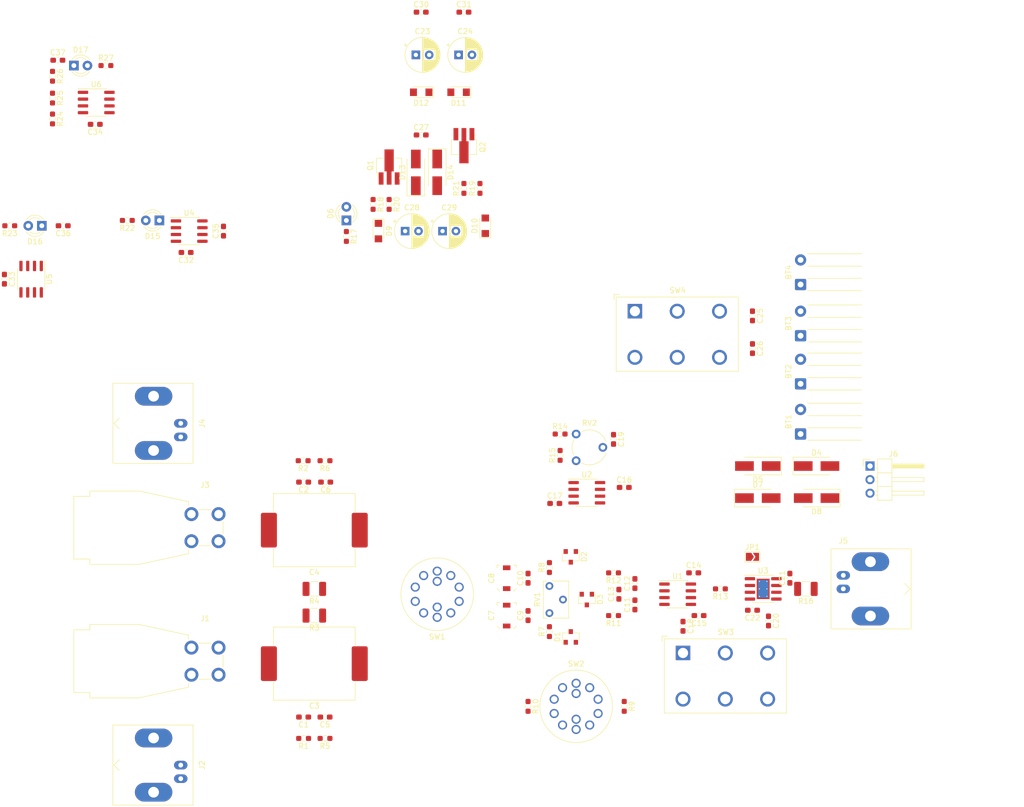
<source format=kicad_pcb>
(kicad_pcb (version 20171130) (host pcbnew "(5.1.9)-1")
  (layers (0 F.Cu signal) (31 B.Cu signal) (34 B.Paste user) (35 F.Paste user) (36 B.SilkS user) (37 F.SilkS user) (38 B.Mask user) (39 F.Mask user) (44 Edge.Cuts user))
  (net 0 "")
  (net 1 "Net-(BT1-Pad2)")
  (net 2 "Net-(BT1-Pad1)")
  (net 3 GND)
  (net 4 "Net-(BT3-Pad2)")
  (net 5 "Net-(BT4-Pad2)")
  (net 6 /IN-)
  (net 7 "Net-(C1-Pad1)")
  (net 8 /IN+)
  (net 9 "Net-(C2-Pad1)")
  (net 10 /AC-)
  (net 11 /AC+)
  (net 12 /HiZ-)
  (net 13 /HiZ+)
  (net 14 ATTEN-)
  (net 15 ATTEN+)
  (net 16 /AMPIN-)
  (net 17 /AMPIN+)
  (net 18 +15V)
  (net 19 -15V)
  (net 20 "Net-(C18-Pad2)")
  (net 21 SE_SIG)
  (net 22 "Net-(C19-Pad2)")
  (net 23 "Net-(C20-Pad2)")
  (net 24 "Net-(C25-Pad1)")
  (net 25 "Net-(C26-Pad2)")
  (net 26 "Net-(C28-Pad1)")
  (net 27 "Net-(C29-Pad2)")
  (net 28 "Net-(C35-Pad2)")
  (net 29 "Net-(C36-Pad2)")
  (net 30 "Net-(C37-Pad2)")
  (net 31 "Net-(D4-Pad2)")
  (net 32 "Net-(D4-Pad1)")
  (net 33 "Net-(D6-Pad1)")
  (net 34 "Net-(D7-Pad2)")
  (net 35 "Net-(D8-Pad1)")
  (net 36 "Net-(D15-Pad2)")
  (net 37 "Net-(D16-Pad2)")
  (net 38 "Net-(D17-Pad2)")
  (net 39 "Net-(JP1-Pad1)")
  (net 40 "Net-(Q1-Pad1)")
  (net 41 "Net-(Q2-Pad2)")
  (net 42 "Net-(R1-Pad1)")
  (net 43 "Net-(R2-Pad1)")
  (net 44 /LoZ-)
  (net 45 /LoZ+)
  (net 46 "Net-(R7-Pad2)")
  (net 47 "Net-(R8-Pad1)")
  (net 48 "Net-(R9-Pad2)")
  (net 49 /RG_50X)
  (net 50 "Net-(R10-Pad2)")
  (net 51 /RG_500X)
  (net 52 "Net-(R13-Pad2)")
  (net 53 "Net-(R14-Pad2)")
  (net 54 "Net-(R15-Pad1)")
  (net 55 "Net-(R16-Pad2)")
  (net 56 "Net-(R24-Pad1)")
  (net 57 "Net-(R25-Pad1)")
  (net 58 /FIL+)
  (net 59 /FIL-)
  (net 60 /REF)
  (net 61 /OUT)
  (module Potentiometer_THT:Potentiometer_Piher_PT-6-V_Vertical (layer F.Cu) (at 172 109)
    (fp_text reference RV2 (at 2.5 -7.06) (layer F.SilkS))
    (fp_text value 50k)
    (pad 1 thru_hole circle (at 0 0) (size 1.62 1.62) (drill 0.9) (layers *.Cu *.Mask) (net 54 "Net-(R15-Pad1)"))
    (pad 2 thru_hole circle (at 5 -2.5) (size 1.62 1.62) (drill 0.9) (layers *.Cu *.Mask) (net 22 "Net-(C19-Pad2)"))
    (pad 3 thru_hole circle (at 0 -5) (size 1.62 1.62) (drill 0.9) (layers *.Cu *.Mask) (net 53 "Net-(R14-Pad2)"))
  )
  (module LED_THT:LED_D3.0mm (layer F.Cu) (at 78 35)
    (fp_text reference D17 (at 1.27 -2.96) (layer F.SilkS))
    (fp_text value LED)
    (pad 2 thru_hole circle (at 2.54 0) (size 1.8 1.8) (drill 0.9) (layers *.Cu *.Mask) (net 38 "Net-(D17-Pad2)"))
    (pad 1 thru_hole rect (at 0 0) (size 1.8 1.8) (drill 0.9) (layers *.Cu *.Mask) (net 30 "Net-(C37-Pad2)"))
  )
  (module LED_THT:LED_D3.0mm (layer F.Cu) (at 72 65.000001 180)
    (fp_text reference D16 (at 1.27 -2.96) (layer F.SilkS))
    (fp_text value LED)
    (pad 2 thru_hole circle (at 2.54 0 180) (size 1.8 1.8) (drill 0.9) (layers *.Cu *.Mask) (net 37 "Net-(D16-Pad2)"))
    (pad 1 thru_hole rect (at 0 0 180) (size 1.8 1.8) (drill 0.9) (layers *.Cu *.Mask) (net 29 "Net-(C36-Pad2)"))
  )
  (module LED_THT:LED_D3.0mm (layer F.Cu) (at 94 64 180)
    (fp_text reference D15 (at 1.27 -2.96) (layer F.SilkS))
    (fp_text value LED)
    (pad 2 thru_hole circle (at 2.54 0 180) (size 1.8 1.8) (drill 0.9) (layers *.Cu *.Mask) (net 36 "Net-(D15-Pad2)"))
    (pad 1 thru_hole rect (at 0 0 180) (size 1.8 1.8) (drill 0.9) (layers *.Cu *.Mask) (net 28 "Net-(C35-Pad2)"))
  )
  (module LED_THT:LED_D3.0mm (layer F.Cu) (at 129 64 90)
    (fp_text reference D6 (at 1.27 -2.96 90) (layer F.SilkS))
    (fp_text value LED)
    (pad 2 thru_hole circle (at 2.54 0 90) (size 1.8 1.8) (drill 0.9) (layers *.Cu *.Mask) (net 24 "Net-(C25-Pad1)"))
    (pad 1 thru_hole rect (at 0 0 90) (size 1.8 1.8) (drill 0.9) (layers *.Cu *.Mask) (net 33 "Net-(D6-Pad1)"))
  )
  (module Diode_SMD:D_SMA_Handsoldering (layer F.Cu) (at 146 55 270)
    (fp_text reference D14 (at 0 -2.5 90) (layer F.SilkS))
    (fp_text value S1A)
    (pad 2 smd rect (at 2.5 0 270) (size 3.5 1.8) (layers F.Cu F.Paste F.Mask) (net 27 "Net-(C29-Pad2)"))
    (pad 1 smd rect (at -2.5 0 270) (size 3.5 1.8) (layers F.Cu F.Paste F.Mask) (net 19 -15V))
  )
  (module Diode_SMD:D_SMA_Handsoldering (layer F.Cu) (at 142 55 90)
    (fp_text reference D13 (at 0 -2.5 90) (layer F.SilkS))
    (fp_text value S1A)
    (pad 2 smd rect (at 2.5 0 90) (size 3.5 1.8) (layers F.Cu F.Paste F.Mask) (net 18 +15V))
    (pad 1 smd rect (at -2.5 0 90) (size 3.5 1.8) (layers F.Cu F.Paste F.Mask) (net 26 "Net-(C28-Pad1)"))
  )
  (module Diode_SMD:D_SMA_Handsoldering (layer F.Cu) (at 217 116 180)
    (fp_text reference D8 (at 0 -2.5) (layer F.SilkS))
    (fp_text value S1A)
    (pad 2 smd rect (at 2.5 0 180) (size 3.5 1.8) (layers F.Cu F.Paste F.Mask) (net 34 "Net-(D7-Pad2)"))
    (pad 1 smd rect (at -2.5 0 180) (size 3.5 1.8) (layers F.Cu F.Paste F.Mask) (net 35 "Net-(D8-Pad1)"))
  )
  (module Diode_SMD:D_SMA_Handsoldering (layer F.Cu) (at 206 116)
    (fp_text reference D7 (at 0 -2.5) (layer F.SilkS))
    (fp_text value S1A)
    (pad 2 smd rect (at 2.5 0) (size 3.5 1.8) (layers F.Cu F.Paste F.Mask) (net 34 "Net-(D7-Pad2)"))
    (pad 1 smd rect (at -2.5 0) (size 3.5 1.8) (layers F.Cu F.Paste F.Mask) (net 5 "Net-(BT4-Pad2)"))
  )
  (module Diode_SMD:D_SMA_Handsoldering (layer F.Cu) (at 206 110 180)
    (fp_text reference D5 (at 0 -2.5) (layer F.SilkS))
    (fp_text value S1A)
    (pad 2 smd rect (at 2.5 0 180) (size 3.5 1.8) (layers F.Cu F.Paste F.Mask) (net 2 "Net-(BT1-Pad1)"))
    (pad 1 smd rect (at -2.5 0 180) (size 3.5 1.8) (layers F.Cu F.Paste F.Mask) (net 32 "Net-(D4-Pad1)"))
  )
  (module Diode_SMD:D_SMA_Handsoldering (layer F.Cu) (at 217 110)
    (fp_text reference D4 (at 0 -2.5) (layer F.SilkS))
    (fp_text value S1A)
    (pad 2 smd rect (at 2.5 0) (size 3.5 1.8) (layers F.Cu F.Paste F.Mask) (net 31 "Net-(D4-Pad2)"))
    (pad 1 smd rect (at -2.5 0) (size 3.5 1.8) (layers F.Cu F.Paste F.Mask) (net 32 "Net-(D4-Pad1)"))
  )
  (module Connector:CalTest_CT3151 (layer F.Cu) (at 100 119)
    (fp_text reference J3 (at 2.54 -5.46) (layer F.SilkS))
    (fp_text value BANANA)
    (pad 1 thru_hole circle (at 5.08 5.08) (size 2.6 2.6) (drill 1.6) (layers *.Cu *.Mask) (net 8 /IN+))
    (pad 1 thru_hole circle (at 5.08 0) (size 2.6 2.6) (drill 1.6) (layers *.Cu *.Mask) (net 8 /IN+))
    (pad 1 thru_hole circle (at 0 5.08) (size 2.6 2.6) (drill 1.6) (layers *.Cu *.Mask) (net 8 /IN+))
    (pad 1 thru_hole circle (at 0 0) (size 2.6 2.6) (drill 1.6) (layers *.Cu *.Mask) (net 8 /IN+))
  )
  (module Connector:CalTest_CT3151 (layer F.Cu) (at 100 144)
    (fp_text reference J1 (at 2.54 -5.46) (layer F.SilkS))
    (fp_text value BANANA)
    (pad 1 thru_hole circle (at 5.08 5.08) (size 2.6 2.6) (drill 1.6) (layers *.Cu *.Mask) (net 6 /IN-))
    (pad 1 thru_hole circle (at 5.08 0) (size 2.6 2.6) (drill 1.6) (layers *.Cu *.Mask) (net 6 /IN-))
    (pad 1 thru_hole circle (at 0 5.08) (size 2.6 2.6) (drill 1.6) (layers *.Cu *.Mask) (net 6 /IN-))
    (pad 1 thru_hole circle (at 0 0) (size 2.6 2.6) (drill 1.6) (layers *.Cu *.Mask) (net 6 /IN-))
  )
  (module high-gain-diff-probe:SW_CW_GF-626_DPDT (layer F.Cu) (at 192 145)
    (fp_text reference SW3 (at 8 -3.9) (layer F.SilkS))
    (fp_text value GF-626-0061)
    (pad 1 thru_hole rect (at 0 0) (size 2.7 2.7) (drill 1.91) (layers *.Cu *.Mask) (net 20 "Net-(C18-Pad2)"))
    (pad 2 thru_hole circle (at 7.92 0) (size 2.8 2.8) (drill 1.91) (layers *.Cu *.Mask) (net 3 GND))
    (pad 3 thru_hole circle (at 15.84 0) (size 2.8 2.8) (drill 1.91) (layers *.Cu *.Mask) (net 23 "Net-(C20-Pad2)"))
    (pad 4 thru_hole circle (at 0 8.64) (size 2.8 2.8) (drill 1.91) (layers *.Cu *.Mask))
    (pad 5 thru_hole circle (at 7.92 8.64) (size 2.8 2.8) (drill 1.91) (layers *.Cu *.Mask))
    (pad 6 thru_hole circle (at 15.84 8.64) (size 2.8 2.8) (drill 1.91) (layers *.Cu *.Mask))
  )
  (module Connector_PinHeader_2.54mm:PinHeader_1x03_P2.54mm_Horizontal (layer F.Cu) (at 227 110)
    (fp_text reference J6 (at 4.385 -2.27) (layer F.SilkS))
    (fp_text value POWER)
    (pad 3 thru_hole oval (at 0 5.08) (size 1.7 1.7) (drill 1) (layers *.Cu *.Mask) (net 35 "Net-(D8-Pad1)"))
    (pad 2 thru_hole oval (at 0 2.54) (size 1.7 1.7) (drill 1) (layers *.Cu *.Mask) (net 3 GND))
    (pad 1 thru_hole rect (at 0 0) (size 1.7 1.7) (drill 1) (layers *.Cu *.Mask) (net 31 "Net-(D4-Pad2)"))
  )
  (module Package_SO:SOIC-8_3.9x4.9mm_P1.27mm (layer F.Cu) (at 82.181 41.919)
    (fp_text reference U6 (at 0 -3.4) (layer F.SilkS))
    (fp_text value LM393)
    (pad 8 smd roundrect (at 2.475 -1.905) (size 1.95 0.6) (layers F.Cu F.Paste F.Mask) (net 18 +15V))
    (pad 7 smd roundrect (at 2.475 -0.635) (size 1.95 0.6) (layers F.Cu F.Paste F.Mask) (net 30 "Net-(C37-Pad2)"))
    (pad 6 smd roundrect (at 2.475 0.635) (size 1.95 0.6) (layers F.Cu F.Paste F.Mask) (net 57 "Net-(R25-Pad1)"))
    (pad 5 smd roundrect (at 2.475 1.905) (size 1.95 0.6) (layers F.Cu F.Paste F.Mask) (net 21 SE_SIG))
    (pad 4 smd roundrect (at -2.475 1.905) (size 1.95 0.6) (layers F.Cu F.Paste F.Mask) (net 19 -15V))
    (pad 3 smd roundrect (at -2.475 0.635) (size 1.95 0.6) (layers F.Cu F.Paste F.Mask) (net 56 "Net-(R24-Pad1)"))
    (pad 2 smd roundrect (at -2.475 -0.635) (size 1.95 0.6) (layers F.Cu F.Paste F.Mask) (net 21 SE_SIG))
    (pad 1 smd roundrect (at -2.475 -1.905) (size 1.95 0.6) (layers F.Cu F.Paste F.Mask) (net 30 "Net-(C37-Pad2)"))
  )
  (module Package_SO:SOIC-8_3.9x4.9mm_P1.27mm (layer F.Cu) (at 70 75 270)
    (fp_text reference U5 (at 0 -3.4 90) (layer F.SilkS))
    (fp_text value LM393)
    (pad 8 smd roundrect (at 2.475 -1.905 270) (size 1.95 0.6) (layers F.Cu F.Paste F.Mask) (net 18 +15V))
    (pad 7 smd roundrect (at 2.475 -0.635 270) (size 1.95 0.6) (layers F.Cu F.Paste F.Mask) (net 29 "Net-(C36-Pad2)"))
    (pad 6 smd roundrect (at 2.475 0.635 270) (size 1.95 0.6) (layers F.Cu F.Paste F.Mask) (net 19 -15V))
    (pad 5 smd roundrect (at 2.475 1.905 270) (size 1.95 0.6) (layers F.Cu F.Paste F.Mask) (net 15 ATTEN+))
    (pad 4 smd roundrect (at -2.475 1.905 270) (size 1.95 0.6) (layers F.Cu F.Paste F.Mask) (net 19 -15V))
    (pad 3 smd roundrect (at -2.475 0.635 270) (size 1.95 0.6) (layers F.Cu F.Paste F.Mask) (net 18 +15V))
    (pad 2 smd roundrect (at -2.475 -0.635 270) (size 1.95 0.6) (layers F.Cu F.Paste F.Mask) (net 15 ATTEN+))
    (pad 1 smd roundrect (at -2.475 -1.905 270) (size 1.95 0.6) (layers F.Cu F.Paste F.Mask) (net 29 "Net-(C36-Pad2)"))
  )
  (module Package_SO:SOIC-8_3.9x4.9mm_P1.27mm (layer F.Cu) (at 99.581 65.999)
    (fp_text reference U4 (at 0 -3.4) (layer F.SilkS))
    (fp_text value LM393)
    (pad 8 smd roundrect (at 2.475 -1.905) (size 1.95 0.6) (layers F.Cu F.Paste F.Mask) (net 18 +15V))
    (pad 7 smd roundrect (at 2.475 -0.635) (size 1.95 0.6) (layers F.Cu F.Paste F.Mask) (net 28 "Net-(C35-Pad2)"))
    (pad 6 smd roundrect (at 2.475 0.635) (size 1.95 0.6) (layers F.Cu F.Paste F.Mask) (net 19 -15V))
    (pad 5 smd roundrect (at 2.475 1.905) (size 1.95 0.6) (layers F.Cu F.Paste F.Mask) (net 14 ATTEN-))
    (pad 4 smd roundrect (at -2.475 1.905) (size 1.95 0.6) (layers F.Cu F.Paste F.Mask) (net 19 -15V))
    (pad 3 smd roundrect (at -2.475 0.635) (size 1.95 0.6) (layers F.Cu F.Paste F.Mask) (net 18 +15V))
    (pad 2 smd roundrect (at -2.475 -0.635) (size 1.95 0.6) (layers F.Cu F.Paste F.Mask) (net 14 ATTEN-))
    (pad 1 smd roundrect (at -2.475 -1.905) (size 1.95 0.6) (layers F.Cu F.Paste F.Mask) (net 28 "Net-(C35-Pad2)"))
  )
  (module Package_SO:SOIC-8-1EP_3.9x4.9mm_P1.27mm_EP2.41x3.81mm_ThermalVias (layer F.Cu) (at 207 133)
    (fp_text reference U3 (at 0 -3.4) (layer F.SilkS))
    (fp_text value BUF634A)
    (pad 9 smd rect (at 0 0) (size 1.9 3.3) (layers B.Cu))
    (pad 9 thru_hole circle (at 0.7 1.4) (size 0.5 0.5) (drill 0.2) (layers *.Cu))
    (pad 9 thru_hole circle (at -0.7 1.4) (size 0.5 0.5) (drill 0.2) (layers *.Cu))
    (pad 9 thru_hole circle (at 0.7 0) (size 0.5 0.5) (drill 0.2) (layers *.Cu))
    (pad 9 thru_hole circle (at -0.7 0) (size 0.5 0.5) (drill 0.2) (layers *.Cu))
    (pad 9 thru_hole circle (at 0.7 -1.4) (size 0.5 0.5) (drill 0.2) (layers *.Cu))
    (pad 9 thru_hole circle (at -0.7 -1.4) (size 0.5 0.5) (drill 0.2) (layers *.Cu))
    (pad 9 smd rect (at 0 0) (size 2.41 3.81) (layers F.Cu F.Mask))
    (pad 8 smd roundrect (at 2.475 -1.905) (size 1.95 0.6) (layers F.Cu F.Paste F.Mask))
    (pad 7 smd roundrect (at 2.475 -0.635) (size 1.95 0.6) (layers F.Cu F.Paste F.Mask) (net 18 +15V))
    (pad 6 smd roundrect (at 2.475 0.635) (size 1.95 0.6) (layers F.Cu F.Paste F.Mask) (net 55 "Net-(R16-Pad2)"))
    (pad 5 smd roundrect (at 2.475 1.905) (size 1.95 0.6) (layers F.Cu F.Paste F.Mask))
    (pad 4 smd roundrect (at -2.475 1.905) (size 1.95 0.6) (layers F.Cu F.Paste F.Mask) (net 19 -15V))
    (pad 3 smd roundrect (at -2.475 0.635) (size 1.95 0.6) (layers F.Cu F.Paste F.Mask) (net 21 SE_SIG))
    (pad 2 smd roundrect (at -2.475 -0.635) (size 1.95 0.6) (layers F.Cu F.Paste F.Mask))
    (pad 1 smd roundrect (at -2.475 -1.905) (size 1.95 0.6) (layers F.Cu F.Paste F.Mask) (net 39 "Net-(JP1-Pad1)"))
  )
  (module Package_SO:SOIC-8_3.9x4.9mm_P1.27mm (layer F.Cu) (at 174 115)
    (fp_text reference U2 (at 0 -3.4) (layer F.SilkS))
    (fp_text value ADA4004)
    (pad 8 smd roundrect (at 2.475 -1.905) (size 1.95 0.6) (layers F.Cu F.Paste F.Mask))
    (pad 7 smd roundrect (at 2.475 -0.635) (size 1.95 0.6) (layers F.Cu F.Paste F.Mask) (net 18 +15V))
    (pad 6 smd roundrect (at 2.475 0.635) (size 1.95 0.6) (layers F.Cu F.Paste F.Mask) (net 60 /REF))
    (pad 5 smd roundrect (at 2.475 1.905) (size 1.95 0.6) (layers F.Cu F.Paste F.Mask))
    (pad 4 smd roundrect (at -2.475 1.905) (size 1.95 0.6) (layers F.Cu F.Paste F.Mask) (net 19 -15V))
    (pad 3 smd roundrect (at -2.475 0.635) (size 1.95 0.6) (layers F.Cu F.Paste F.Mask) (net 22 "Net-(C19-Pad2)"))
    (pad 2 smd roundrect (at -2.475 -0.635) (size 1.95 0.6) (layers F.Cu F.Paste F.Mask) (net 60 /REF))
    (pad 1 smd roundrect (at -2.475 -1.905) (size 1.95 0.6) (layers F.Cu F.Paste F.Mask))
  )
  (module Package_SO:SOIC-8_3.9x4.9mm_P1.27mm (layer F.Cu) (at 191 134)
    (fp_text reference U1 (at 0 -3.4) (layer F.SilkS))
    (fp_text value AD8428BRZ)
    (pad 8 smd roundrect (at 2.475 -1.905) (size 1.95 0.6) (layers F.Cu F.Paste F.Mask) (net 18 +15V))
    (pad 7 smd roundrect (at 2.475 -0.635) (size 1.95 0.6) (layers F.Cu F.Paste F.Mask) (net 52 "Net-(R13-Pad2)"))
    (pad 6 smd roundrect (at 2.475 0.635) (size 1.95 0.6) (layers F.Cu F.Paste F.Mask) (net 60 /REF))
    (pad 5 smd roundrect (at 2.475 1.905) (size 1.95 0.6) (layers F.Cu F.Paste F.Mask) (net 19 -15V))
    (pad 4 smd roundrect (at -2.475 1.905) (size 1.95 0.6) (layers F.Cu F.Paste F.Mask) (net 17 /AMPIN+))
    (pad 3 smd roundrect (at -2.475 0.635) (size 1.95 0.6) (layers F.Cu F.Paste F.Mask) (net 58 /FIL+))
    (pad 2 smd roundrect (at -2.475 -0.635) (size 1.95 0.6) (layers F.Cu F.Paste F.Mask) (net 59 /FIL-))
    (pad 1 smd roundrect (at -2.475 -1.905) (size 1.95 0.6) (layers F.Cu F.Paste F.Mask) (net 16 /AMPIN-))
  )
  (module high-gain-diff-probe:SW_CW_GF-626_DPDT (layer F.Cu) (at 183 81)
    (fp_text reference SW4 (at 8 -3.9) (layer F.SilkS))
    (fp_text value GF-626-0061)
    (pad 1 thru_hole rect (at 0 0) (size 2.7 2.7) (drill 1.91) (layers *.Cu *.Mask))
    (pad 2 thru_hole circle (at 7.92 0) (size 2.8 2.8) (drill 1.91) (layers *.Cu *.Mask) (net 32 "Net-(D4-Pad1)"))
    (pad 3 thru_hole circle (at 15.84 0) (size 2.8 2.8) (drill 1.91) (layers *.Cu *.Mask) (net 24 "Net-(C25-Pad1)"))
    (pad 4 thru_hole circle (at 0 8.64) (size 2.8 2.8) (drill 1.91) (layers *.Cu *.Mask))
    (pad 5 thru_hole circle (at 7.92 8.64) (size 2.8 2.8) (drill 1.91) (layers *.Cu *.Mask) (net 34 "Net-(D7-Pad2)"))
    (pad 6 thru_hole circle (at 15.84 8.64) (size 2.8 2.8) (drill 1.91) (layers *.Cu *.Mask) (net 25 "Net-(C26-Pad2)"))
  )
  (module high-gain-diff-probe:SW_DPNT_CK_M (layer F.Cu) (at 172 155)
    (fp_text reference SW2 (at 0 -7.965) (layer F.SilkS))
    (fp_text value MB04L1NCGD)
    (pad B thru_hole oval (at 0 2.415) (size 1.7 1.7) (drill 1.17) (layers *.Cu *.Mask) (net 58 /FIL+))
    (pad A thru_hole oval (at 0 -2.415) (size 1.7 1.7) (drill 1.17) (layers *.Cu *.Mask) (net 59 /FIL-))
    (pad 10 thru_hole oval (at -4.108564 1.334953) (size 1.7 1.7) (drill 1.17) (layers *.Cu *.Mask))
    (pad 9 thru_hole oval (at -2.539232 3.494953) (size 1.7 1.7) (drill 1.17) (layers *.Cu *.Mask))
    (pad 8 thru_hole oval (at 0 4.32) (size 1.7 1.7) (drill 1.17) (layers *.Cu *.Mask) (net 48 "Net-(R9-Pad2)"))
    (pad 7 thru_hole oval (at 2.539232 3.494953) (size 1.7 1.7) (drill 1.17) (layers *.Cu *.Mask) (net 50 "Net-(R10-Pad2)"))
    (pad 6 thru_hole oval (at 4.108564 1.334953) (size 1.7 1.7) (drill 1.17) (layers *.Cu *.Mask))
    (pad 5 thru_hole oval (at 4.108564 -1.334953) (size 1.7 1.7) (drill 1.17) (layers *.Cu *.Mask))
    (pad 4 thru_hole oval (at 2.539232 -3.494953) (size 1.7 1.7) (drill 1.17) (layers *.Cu *.Mask))
    (pad 3 thru_hole oval (at 0 -4.32) (size 1.7 1.7) (drill 1.17) (layers *.Cu *.Mask) (net 49 /RG_50X))
    (pad 2 thru_hole oval (at -2.539232 -3.494953) (size 1.7 1.7) (drill 1.17) (layers *.Cu *.Mask) (net 51 /RG_500X))
    (pad 1 thru_hole oval (at -4.108564 -1.334953) (size 1.7 1.7) (drill 1.17) (layers *.Cu *.Mask))
  )
  (module high-gain-diff-probe:SW_DPNT_CK_M (layer F.Cu) (at 146 134 180)
    (fp_text reference SW1 (at 0 -7.965) (layer F.SilkS))
    (fp_text value MB04L1NCGD)
    (pad B thru_hole oval (at 0 2.415 180) (size 1.7 1.7) (drill 1.17) (layers *.Cu *.Mask) (net 15 ATTEN+))
    (pad A thru_hole oval (at 0 -2.415 180) (size 1.7 1.7) (drill 1.17) (layers *.Cu *.Mask) (net 14 ATTEN-))
    (pad 10 thru_hole oval (at -4.108564 1.334953 180) (size 1.7 1.7) (drill 1.17) (layers *.Cu *.Mask))
    (pad 9 thru_hole oval (at -2.539232 3.494953 180) (size 1.7 1.7) (drill 1.17) (layers *.Cu *.Mask) (net 13 /HiZ+))
    (pad 8 thru_hole oval (at 0 4.32 180) (size 1.7 1.7) (drill 1.17) (layers *.Cu *.Mask) (net 11 /AC+))
    (pad 7 thru_hole oval (at 2.539232 3.494953 180) (size 1.7 1.7) (drill 1.17) (layers *.Cu *.Mask) (net 45 /LoZ+))
    (pad 6 thru_hole oval (at 4.108564 1.334953 180) (size 1.7 1.7) (drill 1.17) (layers *.Cu *.Mask) (net 3 GND))
    (pad 5 thru_hole oval (at 4.108564 -1.334953 180) (size 1.7 1.7) (drill 1.17) (layers *.Cu *.Mask))
    (pad 4 thru_hole oval (at 2.539232 -3.494953 180) (size 1.7 1.7) (drill 1.17) (layers *.Cu *.Mask) (net 12 /HiZ-))
    (pad 3 thru_hole oval (at 0 -4.32 180) (size 1.7 1.7) (drill 1.17) (layers *.Cu *.Mask) (net 10 /AC-))
    (pad 2 thru_hole oval (at -2.539232 -3.494953 180) (size 1.7 1.7) (drill 1.17) (layers *.Cu *.Mask) (net 44 /LoZ-))
    (pad 1 thru_hole oval (at -4.108564 -1.334953 180) (size 1.7 1.7) (drill 1.17) (layers *.Cu *.Mask) (net 3 GND))
  )
  (module Potentiometer_THT:Potentiometer_Bourns_3266W_Vertical (layer F.Cu) (at 167 132.46 90)
    (fp_text reference RV1 (at -2.54 -2.27 90) (layer F.SilkS))
    (fp_text value 500)
    (pad 3 thru_hole circle (at -5.08 0 90) (size 1.44 1.44) (drill 0.8) (layers *.Cu *.Mask) (net 46 "Net-(R7-Pad2)"))
    (pad 2 thru_hole circle (at -2.54 2.54 90) (size 1.44 1.44) (drill 0.8) (layers *.Cu *.Mask) (net 3 GND))
    (pad 1 thru_hole circle (at 0 0 90) (size 1.44 1.44) (drill 0.8) (layers *.Cu *.Mask) (net 47 "Net-(R8-Pad1)"))
  )
  (module Resistor_SMD:R_0603_1608Metric_Pad0.98x0.95mm_HandSolder (layer F.Cu) (at 84 35)
    (fp_text reference R27 (at 0 -1.43) (layer F.SilkS))
    (fp_text value 25.6k)
    (pad 2 smd roundrect (at 0.9125 0) (size 0.975 0.95) (layers F.Cu F.Paste F.Mask) (net 18 +15V))
    (pad 1 smd roundrect (at -0.9125 0) (size 0.975 0.95) (layers F.Cu F.Paste F.Mask) (net 38 "Net-(D17-Pad2)"))
  )
  (module Resistor_SMD:R_0603_1608Metric_Pad0.98x0.95mm_HandSolder (layer F.Cu) (at 74 37 270)
    (fp_text reference R26 (at 0 -1.43 90) (layer F.SilkS))
    (fp_text value 2.2k)
    (pad 2 smd roundrect (at 0.9125 0 270) (size 0.975 0.95) (layers F.Cu F.Paste F.Mask) (net 57 "Net-(R25-Pad1)"))
    (pad 1 smd roundrect (at -0.9125 0 270) (size 0.975 0.95) (layers F.Cu F.Paste F.Mask) (net 19 -15V))
  )
  (module Resistor_SMD:R_0603_1608Metric_Pad0.98x0.95mm_HandSolder (layer F.Cu) (at 74 41.0875 270)
    (fp_text reference R25 (at 0 -1.43 90) (layer F.SilkS))
    (fp_text value 25.6k)
    (pad 2 smd roundrect (at 0.9125 0 270) (size 0.975 0.95) (layers F.Cu F.Paste F.Mask) (net 56 "Net-(R24-Pad1)"))
    (pad 1 smd roundrect (at -0.9125 0 270) (size 0.975 0.95) (layers F.Cu F.Paste F.Mask) (net 57 "Net-(R25-Pad1)"))
  )
  (module Resistor_SMD:R_0603_1608Metric_Pad0.98x0.95mm_HandSolder (layer F.Cu) (at 74 45 270)
    (fp_text reference R24 (at 0 -1.43 90) (layer F.SilkS))
    (fp_text value 2.2k)
    (pad 2 smd roundrect (at 0.9125 0 270) (size 0.975 0.95) (layers F.Cu F.Paste F.Mask) (net 18 +15V))
    (pad 1 smd roundrect (at -0.9125 0 270) (size 0.975 0.95) (layers F.Cu F.Paste F.Mask) (net 56 "Net-(R24-Pad1)"))
  )
  (module Resistor_SMD:R_0603_1608Metric_Pad0.98x0.95mm_HandSolder (layer F.Cu) (at 66 65 180)
    (fp_text reference R23 (at 0 -1.43) (layer F.SilkS))
    (fp_text value 25.6k)
    (pad 2 smd roundrect (at 0.9125 0 180) (size 0.975 0.95) (layers F.Cu F.Paste F.Mask) (net 18 +15V))
    (pad 1 smd roundrect (at -0.9125 0 180) (size 0.975 0.95) (layers F.Cu F.Paste F.Mask) (net 37 "Net-(D16-Pad2)"))
  )
  (module Resistor_SMD:R_0603_1608Metric_Pad0.98x0.95mm_HandSolder (layer F.Cu) (at 88 64 180)
    (fp_text reference R22 (at 0 -1.43) (layer F.SilkS))
    (fp_text value 25.6k)
    (pad 2 smd roundrect (at 0.9125 0 180) (size 0.975 0.95) (layers F.Cu F.Paste F.Mask) (net 18 +15V))
    (pad 1 smd roundrect (at -0.9125 0 180) (size 0.975 0.95) (layers F.Cu F.Paste F.Mask) (net 36 "Net-(D15-Pad2)"))
  )
  (module Resistor_SMD:R_0603_1608Metric_Pad0.98x0.95mm_HandSolder (layer F.Cu) (at 151 58 90)
    (fp_text reference R21 (at 0 -1.43 90) (layer F.SilkS))
    (fp_text value 100)
    (pad 2 smd roundrect (at 0.9125 0 90) (size 0.975 0.95) (layers F.Cu F.Paste F.Mask) (net 41 "Net-(Q2-Pad2)"))
    (pad 1 smd roundrect (at -0.9125 0 90) (size 0.975 0.95) (layers F.Cu F.Paste F.Mask) (net 27 "Net-(C29-Pad2)"))
  )
  (module Resistor_SMD:R_0603_1608Metric_Pad0.98x0.95mm_HandSolder (layer F.Cu) (at 137 61 270)
    (fp_text reference R20 (at 0 -1.43 90) (layer F.SilkS))
    (fp_text value 100)
    (pad 2 smd roundrect (at 0.9125 0 270) (size 0.975 0.95) (layers F.Cu F.Paste F.Mask) (net 26 "Net-(C28-Pad1)"))
    (pad 1 smd roundrect (at -0.9125 0 270) (size 0.975 0.95) (layers F.Cu F.Paste F.Mask) (net 40 "Net-(Q1-Pad1)"))
  )
  (module Resistor_SMD:R_0603_1608Metric_Pad0.98x0.95mm_HandSolder (layer F.Cu) (at 154 58 90)
    (fp_text reference R19 (at 0 -1.43 90) (layer F.SilkS))
    (fp_text value 4.7k)
    (pad 2 smd roundrect (at 0.9125 0 90) (size 0.975 0.95) (layers F.Cu F.Paste F.Mask) (net 25 "Net-(C26-Pad2)"))
    (pad 1 smd roundrect (at -0.9125 0 90) (size 0.975 0.95) (layers F.Cu F.Paste F.Mask) (net 27 "Net-(C29-Pad2)"))
  )
  (module Resistor_SMD:R_0603_1608Metric_Pad0.98x0.95mm_HandSolder (layer F.Cu) (at 134 61 270)
    (fp_text reference R18 (at 0 -1.43 90) (layer F.SilkS))
    (fp_text value 4.7k)
    (pad 2 smd roundrect (at 0.9125 0 270) (size 0.975 0.95) (layers F.Cu F.Paste F.Mask) (net 26 "Net-(C28-Pad1)"))
    (pad 1 smd roundrect (at -0.9125 0 270) (size 0.975 0.95) (layers F.Cu F.Paste F.Mask) (net 24 "Net-(C25-Pad1)"))
  )
  (module Resistor_SMD:R_0603_1608Metric_Pad0.98x0.95mm_HandSolder (layer F.Cu) (at 129 67 270)
    (fp_text reference R17 (at 0 -1.43 90) (layer F.SilkS))
    (fp_text value 15k)
    (pad 2 smd roundrect (at 0.9125 0 270) (size 0.975 0.95) (layers F.Cu F.Paste F.Mask) (net 3 GND))
    (pad 1 smd roundrect (at -0.9125 0 270) (size 0.975 0.95) (layers F.Cu F.Paste F.Mask) (net 33 "Net-(D6-Pad1)"))
  )
  (module Resistor_SMD:R_1210_3225Metric_Pad1.30x2.65mm_HandSolder (layer F.Cu) (at 215 133 180)
    (fp_text reference R16 (at 0 -2.28) (layer F.SilkS))
    (fp_text value 50)
    (pad 2 smd roundrect (at 1.55 0 180) (size 1.3 2.65) (layers F.Cu F.Paste F.Mask) (roundrect_rratio 0.192308) (net 55 "Net-(R16-Pad2)"))
    (pad 1 smd roundrect (at -1.55 0 180) (size 1.3 2.65) (layers F.Cu F.Paste F.Mask) (roundrect_rratio 0.192308) (net 61 /OUT))
  )
  (module Resistor_SMD:R_0603_1608Metric_Pad0.98x0.95mm_HandSolder (layer F.Cu) (at 169 108 90)
    (fp_text reference R15 (at 0 -1.43 90) (layer F.SilkS))
    (fp_text value 10k)
    (pad 2 smd roundrect (at 0.9125 0 90) (size 0.975 0.95) (layers F.Cu F.Paste F.Mask) (net 19 -15V))
    (pad 1 smd roundrect (at -0.9125 0 90) (size 0.975 0.95) (layers F.Cu F.Paste F.Mask) (net 54 "Net-(R15-Pad1)"))
  )
  (module Resistor_SMD:R_0603_1608Metric_Pad0.98x0.95mm_HandSolder (layer F.Cu) (at 169 104)
    (fp_text reference R14 (at 0 -1.43) (layer F.SilkS))
    (fp_text value 10k)
    (pad 2 smd roundrect (at 0.9125 0) (size 0.975 0.95) (layers F.Cu F.Paste F.Mask) (net 53 "Net-(R14-Pad2)"))
    (pad 1 smd roundrect (at -0.9125 0) (size 0.975 0.95) (layers F.Cu F.Paste F.Mask) (net 18 +15V))
  )
  (module Resistor_SMD:R_0603_1608Metric_Pad0.98x0.95mm_HandSolder (layer F.Cu) (at 199 133 180)
    (fp_text reference R13 (at 0 -1.43) (layer F.SilkS))
    (fp_text value 50)
    (pad 2 smd roundrect (at 0.9125 0 180) (size 0.975 0.95) (layers F.Cu F.Paste F.Mask) (net 52 "Net-(R13-Pad2)"))
    (pad 1 smd roundrect (at -0.9125 0 180) (size 0.975 0.95) (layers F.Cu F.Paste F.Mask) (net 21 SE_SIG))
  )
  (module Resistor_SMD:R_0603_1608Metric_Pad0.98x0.95mm_HandSolder (layer F.Cu) (at 179 130 180)
    (fp_text reference R12 (at 0 -1.43) (layer F.SilkS))
    (fp_text value 33)
    (pad 2 smd roundrect (at 0.9125 0 180) (size 0.975 0.95) (layers F.Cu F.Paste F.Mask) (net 15 ATTEN+))
    (pad 1 smd roundrect (at -0.9125 0 180) (size 0.975 0.95) (layers F.Cu F.Paste F.Mask) (net 17 /AMPIN+))
  )
  (module Resistor_SMD:R_0603_1608Metric_Pad0.98x0.95mm_HandSolder (layer F.Cu) (at 179 138 180)
    (fp_text reference R11 (at 0 -1.43) (layer F.SilkS))
    (fp_text value 33)
    (pad 2 smd roundrect (at 0.9125 0 180) (size 0.975 0.95) (layers F.Cu F.Paste F.Mask) (net 14 ATTEN-))
    (pad 1 smd roundrect (at -0.9125 0 180) (size 0.975 0.95) (layers F.Cu F.Paste F.Mask) (net 16 /AMPIN-))
  )
  (module Resistor_SMD:R_0603_1608Metric_Pad0.98x0.95mm_HandSolder (layer F.Cu) (at 163 155 270)
    (fp_text reference R10 (at 0 -1.43 90) (layer F.SilkS))
    (fp_text value 2k)
    (pad 2 smd roundrect (at 0.9125 0 270) (size 0.975 0.95) (layers F.Cu F.Paste F.Mask) (net 50 "Net-(R10-Pad2)"))
    (pad 1 smd roundrect (at -0.9125 0 270) (size 0.975 0.95) (layers F.Cu F.Paste F.Mask) (net 51 /RG_500X))
  )
  (module Resistor_SMD:R_0603_1608Metric_Pad0.98x0.95mm_HandSolder (layer F.Cu) (at 181 155 270)
    (fp_text reference R9 (at 0 -1.43 90) (layer F.SilkS))
    (fp_text value 154)
    (pad 2 smd roundrect (at 0.9125 0 270) (size 0.975 0.95) (layers F.Cu F.Paste F.Mask) (net 48 "Net-(R9-Pad2)"))
    (pad 1 smd roundrect (at -0.9125 0 270) (size 0.975 0.95) (layers F.Cu F.Paste F.Mask) (net 49 /RG_50X))
  )
  (module Resistor_SMD:R_0603_1608Metric_Pad0.98x0.95mm_HandSolder (layer F.Cu) (at 167 129 90)
    (fp_text reference R8 (at 0 -1.43 90) (layer F.SilkS))
    (fp_text value 49.9k)
    (pad 2 smd roundrect (at 0.9125 0 90) (size 0.975 0.95) (layers F.Cu F.Paste F.Mask) (net 15 ATTEN+))
    (pad 1 smd roundrect (at -0.9125 0 90) (size 0.975 0.95) (layers F.Cu F.Paste F.Mask) (net 47 "Net-(R8-Pad1)"))
  )
  (module Resistor_SMD:R_0603_1608Metric_Pad0.98x0.95mm_HandSolder (layer F.Cu) (at 167 141 90)
    (fp_text reference R7 (at 0 -1.43 90) (layer F.SilkS))
    (fp_text value 49.9k)
    (pad 2 smd roundrect (at 0.9125 0 90) (size 0.975 0.95) (layers F.Cu F.Paste F.Mask) (net 46 "Net-(R7-Pad2)"))
    (pad 1 smd roundrect (at -0.9125 0 90) (size 0.975 0.95) (layers F.Cu F.Paste F.Mask) (net 14 ATTEN-))
  )
  (module Resistor_SMD:R_0603_1608Metric_Pad0.98x0.95mm_HandSolder (layer F.Cu) (at 125 109 180)
    (fp_text reference R6 (at 0 -1.43) (layer F.SilkS))
    (fp_text value 475k)
    (pad 2 smd roundrect (at 0.9125 0 180) (size 0.975 0.95) (layers F.Cu F.Paste F.Mask) (net 43 "Net-(R2-Pad1)"))
    (pad 1 smd roundrect (at -0.9125 0 180) (size 0.975 0.95) (layers F.Cu F.Paste F.Mask) (net 13 /HiZ+))
  )
  (module Resistor_SMD:R_0603_1608Metric_Pad0.98x0.95mm_HandSolder (layer F.Cu) (at 125.000001 161 180)
    (fp_text reference R5 (at 0 -1.43) (layer F.SilkS))
    (fp_text value 475k)
    (pad 2 smd roundrect (at 0.9125 0 180) (size 0.975 0.95) (layers F.Cu F.Paste F.Mask) (net 42 "Net-(R1-Pad1)"))
    (pad 1 smd roundrect (at -0.9125 0 180) (size 0.975 0.95) (layers F.Cu F.Paste F.Mask) (net 12 /HiZ-))
  )
  (module Resistor_SMD:R_1210_3225Metric_Pad1.30x2.65mm_HandSolder (layer F.Cu) (at 123 133 180)
    (fp_text reference R4 (at 0 -2.28) (layer F.SilkS))
    (fp_text value 50)
    (pad 2 smd roundrect (at 1.55 0 180) (size 1.3 2.65) (layers F.Cu F.Paste F.Mask) (roundrect_rratio 0.192308) (net 8 /IN+))
    (pad 1 smd roundrect (at -1.55 0 180) (size 1.3 2.65) (layers F.Cu F.Paste F.Mask) (roundrect_rratio 0.192308) (net 45 /LoZ+))
  )
  (module Resistor_SMD:R_1210_3225Metric_Pad1.30x2.65mm_HandSolder (layer F.Cu) (at 123 138 180)
    (fp_text reference R3 (at 0 -2.28) (layer F.SilkS))
    (fp_text value 50)
    (pad 2 smd roundrect (at 1.55 0 180) (size 1.3 2.65) (layers F.Cu F.Paste F.Mask) (roundrect_rratio 0.192308) (net 6 /IN-))
    (pad 1 smd roundrect (at -1.55 0 180) (size 1.3 2.65) (layers F.Cu F.Paste F.Mask) (roundrect_rratio 0.192308) (net 44 /LoZ-))
  )
  (module Resistor_SMD:R_0603_1608Metric_Pad0.98x0.95mm_HandSolder (layer F.Cu) (at 120.9125 109 180)
    (fp_text reference R2 (at 0 -1.43) (layer F.SilkS))
    (fp_text value 475k)
    (pad 2 smd roundrect (at 0.9125 0 180) (size 0.975 0.95) (layers F.Cu F.Paste F.Mask) (net 8 /IN+))
    (pad 1 smd roundrect (at -0.9125 0 180) (size 0.975 0.95) (layers F.Cu F.Paste F.Mask) (net 43 "Net-(R2-Pad1)"))
  )
  (module Resistor_SMD:R_0603_1608Metric_Pad0.98x0.95mm_HandSolder (layer F.Cu) (at 120.999999 161 180)
    (fp_text reference R1 (at 0 -1.43) (layer F.SilkS))
    (fp_text value 475k)
    (pad 2 smd roundrect (at 0.9125 0 180) (size 0.975 0.95) (layers F.Cu F.Paste F.Mask) (net 6 /IN-))
    (pad 1 smd roundrect (at -0.9125 0 180) (size 0.975 0.95) (layers F.Cu F.Paste F.Mask) (net 42 "Net-(R1-Pad1)"))
  )
  (module Package_TO_SOT_SMD:SOT-89-3_Handsoldering (layer F.Cu) (at 151 50 270)
    (fp_text reference Q2 (at 0.3 -3.5 90) (layer F.SilkS))
    (fp_text value BCV48)
    (pad 2 smd custom (at -2.0625 0 270) (size 2.475 0.9) (layers F.Cu F.Paste F.Mask) (net 41 "Net-(Q2-Pad2)") (options (clearance outline) (anchor rect)) (primitives (gr_poly (pts (xy 1.2375 -0.8665) (xy 5.3625 -0.8665) (xy 5.3625 0.8665) (xy 1.2375 0.8665)) (width 0))))
    (pad 3 smd rect (at -2.15 1.5 270) (size 2.3 0.9) (layers F.Cu F.Paste F.Mask) (net 19 -15V))
    (pad 1 smd rect (at -2.15 -1.5 270) (size 2.3 0.9) (layers F.Cu F.Paste F.Mask) (net 25 "Net-(C26-Pad2)"))
  )
  (module Package_TO_SOT_SMD:SOT-89-3_Handsoldering (layer F.Cu) (at 137 54 90)
    (fp_text reference Q1 (at 0.3 -3.5 90) (layer F.SilkS))
    (fp_text value BCV49)
    (pad 2 smd custom (at -2.0625 0 90) (size 2.475 0.9) (layers F.Cu F.Paste F.Mask) (net 24 "Net-(C25-Pad1)") (options (clearance outline) (anchor rect)) (primitives (gr_poly (pts (xy 1.2375 -0.8665) (xy 5.3625 -0.8665) (xy 5.3625 0.8665) (xy 1.2375 0.8665)) (width 0))))
    (pad 3 smd rect (at -2.15 1.5 90) (size 2.3 0.9) (layers F.Cu F.Paste F.Mask) (net 18 +15V))
    (pad 1 smd rect (at -2.15 -1.5 90) (size 2.3 0.9) (layers F.Cu F.Paste F.Mask) (net 40 "Net-(Q1-Pad1)"))
  )
  (module Jumper:SolderJumper-2_P1.3mm_Open_TrianglePad1.0x1.5mm (layer F.Cu) (at 205 127)
    (fp_text reference JP1 (at 0 -1.8) (layer F.SilkS))
    (fp_text value BANDWIDTH)
    (pad 1 smd custom (at -0.725 0) (size 0.3 0.3) (layers F.Cu F.Mask) (net 39 "Net-(JP1-Pad1)") (options (clearance outline) (anchor rect)) (primitives (gr_poly (pts (xy -0.5 -0.75) (xy 0.5 -0.75) (xy 1 0) (xy 0.5 0.75) (xy -0.5 0.75)) (width 0))))
    (pad 2 smd custom (at 0.725 0) (size 0.3 0.3) (layers F.Cu F.Mask) (net 19 -15V) (options (clearance outline) (anchor rect)) (primitives (gr_poly (pts (xy -0.65 -0.75) (xy 0.5 -0.75) (xy 0.5 0.75) (xy -0.65 0.75) (xy -0.15 0)) (width 0))))
  )
  (module Connector_Coaxial:BNC_Amphenol_B6252HB-NPP3G-50_Horizontal (layer F.Cu) (at 222 133 270)
    (fp_text reference J5 (at -9 0 180) (layer F.SilkS))
    (fp_text value BNC)
    (pad 2 thru_hole oval (at -2.54 0 270) (size 1.6 2.5) (drill 0.89) (layers *.Cu *.Mask) (net 3 GND))
    (pad 1 thru_hole oval (at 0 0 270) (size 1.6 2.5) (drill 0.89) (layers *.Cu *.Mask) (net 61 /OUT))
    (pad 2 thru_hole oval (at 5.08 -5.08 270) (size 3.5 7) (drill 2.01) (layers *.Cu *.Mask) (net 3 GND))
    (pad 2 thru_hole oval (at -5.08 -5.08 270) (size 3.5 7) (drill 2.01) (layers *.Cu *.Mask) (net 3 GND))
  )
  (module Connector_Coaxial:BNC_Amphenol_B6252HB-NPP3G-50_Horizontal (layer F.Cu) (at 98 102 90)
    (fp_text reference J4 (at 0 4 90) (layer F.SilkS))
    (fp_text value BNC)
    (pad 2 thru_hole oval (at -2.54 0 90) (size 1.6 2.5) (drill 0.89) (layers *.Cu *.Mask) (net 3 GND))
    (pad 1 thru_hole oval (at 0 0 90) (size 1.6 2.5) (drill 0.89) (layers *.Cu *.Mask) (net 8 /IN+))
    (pad 2 thru_hole oval (at 5.08 -5.08 90) (size 3.5 7) (drill 2.01) (layers *.Cu *.Mask) (net 3 GND))
    (pad 2 thru_hole oval (at -5.08 -5.08 90) (size 3.5 7) (drill 2.01) (layers *.Cu *.Mask) (net 3 GND))
  )
  (module Connector_Coaxial:BNC_Amphenol_B6252HB-NPP3G-50_Horizontal (layer F.Cu) (at 98 166 90)
    (fp_text reference J2 (at 0 4 90) (layer F.SilkS))
    (fp_text value BNC)
    (pad 2 thru_hole oval (at -2.54 0 90) (size 1.6 2.5) (drill 0.89) (layers *.Cu *.Mask) (net 3 GND))
    (pad 1 thru_hole oval (at 0 0 90) (size 1.6 2.5) (drill 0.89) (layers *.Cu *.Mask) (net 6 /IN-))
    (pad 2 thru_hole oval (at 5.08 -5.08 90) (size 3.5 7) (drill 2.01) (layers *.Cu *.Mask) (net 3 GND))
    (pad 2 thru_hole oval (at -5.08 -5.08 90) (size 3.5 7) (drill 2.01) (layers *.Cu *.Mask) (net 3 GND))
  )
  (module Diode_SMD:D_SMF (layer F.Cu) (at 143 40 180)
    (fp_text reference D12 (at 0 -2) (layer F.SilkS))
    (fp_text value 16V)
    (pad 2 smd rect (at 1.45 0 180) (size 1.3 1.4) (layers F.Cu F.Paste F.Mask) (net 19 -15V))
    (pad 1 smd rect (at -1.45 0 180) (size 1.3 1.4) (layers F.Cu F.Paste F.Mask) (net 3 GND))
  )
  (module Diode_SMD:D_SMF (layer F.Cu) (at 150 40 180)
    (fp_text reference D11 (at 0 -2) (layer F.SilkS))
    (fp_text value 16V)
    (pad 2 smd rect (at 1.45 0 180) (size 1.3 1.4) (layers F.Cu F.Paste F.Mask) (net 3 GND))
    (pad 1 smd rect (at -1.45 0 180) (size 1.3 1.4) (layers F.Cu F.Paste F.Mask) (net 18 +15V))
  )
  (module Diode_SMD:D_SMF (layer F.Cu) (at 155 65 90)
    (fp_text reference D10 (at 0 -2 90) (layer F.SilkS))
    (fp_text value 16V)
    (pad 2 smd rect (at 1.45 0 90) (size 1.3 1.4) (layers F.Cu F.Paste F.Mask) (net 27 "Net-(C29-Pad2)"))
    (pad 1 smd rect (at -1.45 0 90) (size 1.3 1.4) (layers F.Cu F.Paste F.Mask) (net 3 GND))
  )
  (module Diode_SMD:D_SMF (layer F.Cu) (at 135 66 270)
    (fp_text reference D9 (at 0 -2 90) (layer F.SilkS))
    (fp_text value 16V)
    (pad 2 smd rect (at 1.45 0 270) (size 1.3 1.4) (layers F.Cu F.Paste F.Mask) (net 3 GND))
    (pad 1 smd rect (at -1.45 0 270) (size 1.3 1.4) (layers F.Cu F.Paste F.Mask) (net 26 "Net-(C28-Pad1)"))
  )
  (module Package_TO_SOT_SMD:SOT-23 (layer F.Cu) (at 174 135 270)
    (fp_text reference D3 (at 0 -2.5 90) (layer F.SilkS))
    (fp_text value BAV199)
    (pad 3 smd rect (at 1 0 270) (size 0.9 0.8) (layers F.Cu F.Paste F.Mask) (net 14 ATTEN-))
    (pad 2 smd rect (at -1 0.95 270) (size 0.9 0.8) (layers F.Cu F.Paste F.Mask) (net 15 ATTEN+))
    (pad 1 smd rect (at -1 -0.95 270) (size 0.9 0.8) (layers F.Cu F.Paste F.Mask) (net 15 ATTEN+))
  )
  (module Package_TO_SOT_SMD:SOT-23 (layer F.Cu) (at 171 127 270)
    (fp_text reference D2 (at 0 -2.5 90) (layer F.SilkS))
    (fp_text value BAV199)
    (pad 3 smd rect (at 1 0 270) (size 0.9 0.8) (layers F.Cu F.Paste F.Mask) (net 15 ATTEN+))
    (pad 2 smd rect (at -1 0.95 270) (size 0.9 0.8) (layers F.Cu F.Paste F.Mask) (net 18 +15V))
    (pad 1 smd rect (at -1 -0.95 270) (size 0.9 0.8) (layers F.Cu F.Paste F.Mask) (net 19 -15V))
  )
  (module Package_TO_SOT_SMD:SOT-23 (layer F.Cu) (at 171 142 90)
    (fp_text reference D1 (at 0 -2.5 90) (layer F.SilkS))
    (fp_text value BAV199)
    (pad 3 smd rect (at 1 0 90) (size 0.9 0.8) (layers F.Cu F.Paste F.Mask) (net 14 ATTEN-))
    (pad 2 smd rect (at -1 0.95 90) (size 0.9 0.8) (layers F.Cu F.Paste F.Mask) (net 18 +15V))
    (pad 1 smd rect (at -1 -0.95 90) (size 0.9 0.8) (layers F.Cu F.Paste F.Mask) (net 19 -15V))
  )
  (module Capacitor_SMD:C_0603_1608Metric_Pad1.05x0.95mm_HandSolder (layer F.Cu) (at 75 34)
    (fp_text reference C37 (at 0 -1.43) (layer F.SilkS))
    (fp_text value 100nF)
    (pad 2 smd roundrect (at 0.875 0) (size 1.05 0.95) (layers F.Cu F.Paste F.Mask) (net 30 "Net-(C37-Pad2)"))
    (pad 1 smd roundrect (at -0.875 0) (size 1.05 0.95) (layers F.Cu F.Paste F.Mask) (net 19 -15V))
  )
  (module Capacitor_SMD:C_0603_1608Metric_Pad1.05x0.95mm_HandSolder (layer F.Cu) (at 76 65 180)
    (fp_text reference C36 (at 0 -1.43) (layer F.SilkS))
    (fp_text value 100nF)
    (pad 2 smd roundrect (at 0.875 0 180) (size 1.05 0.95) (layers F.Cu F.Paste F.Mask) (net 29 "Net-(C36-Pad2)"))
    (pad 1 smd roundrect (at -0.875 0 180) (size 1.05 0.95) (layers F.Cu F.Paste F.Mask) (net 19 -15V))
  )
  (module Capacitor_SMD:C_0603_1608Metric_Pad1.05x0.95mm_HandSolder (layer F.Cu) (at 106 66 90)
    (fp_text reference C35 (at 0 -1.43 90) (layer F.SilkS))
    (fp_text value 100nF)
    (pad 2 smd roundrect (at 0.875 0 90) (size 1.05 0.95) (layers F.Cu F.Paste F.Mask) (net 28 "Net-(C35-Pad2)"))
    (pad 1 smd roundrect (at -0.875 0 90) (size 1.05 0.95) (layers F.Cu F.Paste F.Mask) (net 19 -15V))
  )
  (module Capacitor_SMD:C_0603_1608Metric_Pad1.05x0.95mm_HandSolder (layer F.Cu) (at 82 46 180)
    (fp_text reference C34 (at 0 -1.43) (layer F.SilkS))
    (fp_text value 100nF)
    (pad 2 smd roundrect (at 0.875 0 180) (size 1.05 0.95) (layers F.Cu F.Paste F.Mask) (net 19 -15V))
    (pad 1 smd roundrect (at -0.875 0 180) (size 1.05 0.95) (layers F.Cu F.Paste F.Mask) (net 18 +15V))
  )
  (module Capacitor_SMD:C_0603_1608Metric_Pad1.05x0.95mm_HandSolder (layer F.Cu) (at 65 75 270)
    (fp_text reference C33 (at 0 -1.43 90) (layer F.SilkS))
    (fp_text value 100nF)
    (pad 2 smd roundrect (at 0.875 0 270) (size 1.05 0.95) (layers F.Cu F.Paste F.Mask) (net 19 -15V))
    (pad 1 smd roundrect (at -0.875 0 270) (size 1.05 0.95) (layers F.Cu F.Paste F.Mask) (net 18 +15V))
  )
  (module Capacitor_SMD:C_0603_1608Metric_Pad1.05x0.95mm_HandSolder (layer F.Cu) (at 99 70 180)
    (fp_text reference C32 (at 0 -1.43) (layer F.SilkS))
    (fp_text value 100nF)
    (pad 2 smd roundrect (at 0.875 0 180) (size 1.05 0.95) (layers F.Cu F.Paste F.Mask) (net 19 -15V))
    (pad 1 smd roundrect (at -0.875 0 180) (size 1.05 0.95) (layers F.Cu F.Paste F.Mask) (net 18 +15V))
  )
  (module Capacitor_SMD:C_0603_1608Metric_Pad1.05x0.95mm_HandSolder (layer F.Cu) (at 151 25)
    (fp_text reference C31 (at 0 -1.43) (layer F.SilkS))
    (fp_text value 100nF)
    (pad 2 smd roundrect (at 0.875 0) (size 1.05 0.95) (layers F.Cu F.Paste F.Mask) (net 19 -15V))
    (pad 1 smd roundrect (at -0.875 0) (size 1.05 0.95) (layers F.Cu F.Paste F.Mask) (net 3 GND))
  )
  (module Capacitor_SMD:C_0603_1608Metric_Pad1.05x0.95mm_HandSolder (layer F.Cu) (at 143 25)
    (fp_text reference C30 (at 0 -1.43) (layer F.SilkS))
    (fp_text value 100nF)
    (pad 2 smd roundrect (at 0.875 0) (size 1.05 0.95) (layers F.Cu F.Paste F.Mask) (net 3 GND))
    (pad 1 smd roundrect (at -0.875 0) (size 1.05 0.95) (layers F.Cu F.Paste F.Mask) (net 18 +15V))
  )
  (module Capacitor_THT:CP_Radial_D6.3mm_P2.50mm (layer F.Cu) (at 147 66)
    (fp_text reference C29 (at 1.25 -4.4) (layer F.SilkS))
    (fp_text value 47uF)
    (pad 2 thru_hole circle (at 2.5 0) (size 1.6 1.6) (drill 0.8) (layers *.Cu *.Mask) (net 27 "Net-(C29-Pad2)"))
    (pad 1 thru_hole rect (at 0 0) (size 1.6 1.6) (drill 0.8) (layers *.Cu *.Mask) (net 3 GND))
  )
  (module Capacitor_THT:CP_Radial_D6.3mm_P2.50mm (layer F.Cu) (at 140 66)
    (fp_text reference C28 (at 1.25 -4.4) (layer F.SilkS))
    (fp_text value 47uF)
    (pad 2 thru_hole circle (at 2.5 0) (size 1.6 1.6) (drill 0.8) (layers *.Cu *.Mask) (net 3 GND))
    (pad 1 thru_hole rect (at 0 0) (size 1.6 1.6) (drill 0.8) (layers *.Cu *.Mask) (net 26 "Net-(C28-Pad1)"))
  )
  (module Capacitor_SMD:C_0603_1608Metric_Pad1.05x0.95mm_HandSolder (layer F.Cu) (at 143 48)
    (fp_text reference C27 (at 0 -1.43) (layer F.SilkS))
    (fp_text value 100nF)
    (pad 2 smd roundrect (at 0.875 0) (size 1.05 0.95) (layers F.Cu F.Paste F.Mask) (net 19 -15V))
    (pad 1 smd roundrect (at -0.875 0) (size 1.05 0.95) (layers F.Cu F.Paste F.Mask) (net 18 +15V))
  )
  (module Capacitor_SMD:C_0603_1608Metric_Pad1.05x0.95mm_HandSolder (layer F.Cu) (at 205 88 270)
    (fp_text reference C26 (at 0 -1.43 90) (layer F.SilkS))
    (fp_text value 100nF)
    (pad 2 smd roundrect (at 0.875 0 270) (size 1.05 0.95) (layers F.Cu F.Paste F.Mask) (net 25 "Net-(C26-Pad2)"))
    (pad 1 smd roundrect (at -0.875 0 270) (size 1.05 0.95) (layers F.Cu F.Paste F.Mask) (net 3 GND))
  )
  (module Capacitor_SMD:C_0603_1608Metric_Pad1.05x0.95mm_HandSolder (layer F.Cu) (at 205 81.874999 270)
    (fp_text reference C25 (at 0 -1.43 90) (layer F.SilkS))
    (fp_text value 100nF)
    (pad 2 smd roundrect (at 0.875 0 270) (size 1.05 0.95) (layers F.Cu F.Paste F.Mask) (net 3 GND))
    (pad 1 smd roundrect (at -0.875 0 270) (size 1.05 0.95) (layers F.Cu F.Paste F.Mask) (net 24 "Net-(C25-Pad1)"))
  )
  (module Capacitor_THT:CP_Radial_D6.3mm_P2.50mm (layer F.Cu) (at 150 33)
    (fp_text reference C24 (at 1.25 -4.4) (layer F.SilkS))
    (fp_text value 47uF)
    (pad 2 thru_hole circle (at 2.5 0) (size 1.6 1.6) (drill 0.8) (layers *.Cu *.Mask) (net 19 -15V))
    (pad 1 thru_hole rect (at 0 0) (size 1.6 1.6) (drill 0.8) (layers *.Cu *.Mask) (net 3 GND))
  )
  (module Capacitor_THT:CP_Radial_D6.3mm_P2.50mm (layer F.Cu) (at 142 33)
    (fp_text reference C23 (at 1.25 -4.4) (layer F.SilkS))
    (fp_text value 47uF)
    (pad 2 thru_hole circle (at 2.5 0) (size 1.6 1.6) (drill 0.8) (layers *.Cu *.Mask) (net 3 GND))
    (pad 1 thru_hole rect (at 0 0) (size 1.6 1.6) (drill 0.8) (layers *.Cu *.Mask) (net 18 +15V))
  )
  (module Capacitor_SMD:C_0603_1608Metric_Pad1.05x0.95mm_HandSolder (layer F.Cu) (at 205 137 180)
    (fp_text reference C22 (at 0 -1.43) (layer F.SilkS))
    (fp_text value 100nF)
    (pad 2 smd roundrect (at 0.875 0 180) (size 1.05 0.95) (layers F.Cu F.Paste F.Mask) (net 19 -15V))
    (pad 1 smd roundrect (at -0.875 0 180) (size 1.05 0.95) (layers F.Cu F.Paste F.Mask) (net 3 GND))
  )
  (module Capacitor_SMD:C_0603_1608Metric_Pad1.05x0.95mm_HandSolder (layer F.Cu) (at 212 131 90)
    (fp_text reference C21 (at 0 -1.43 90) (layer F.SilkS))
    (fp_text value 100nF)
    (pad 2 smd roundrect (at 0.875 0 90) (size 1.05 0.95) (layers F.Cu F.Paste F.Mask) (net 3 GND))
    (pad 1 smd roundrect (at -0.875 0 90) (size 1.05 0.95) (layers F.Cu F.Paste F.Mask) (net 18 +15V))
  )
  (module Capacitor_SMD:C_0603_1608Metric_Pad1.05x0.95mm_HandSolder (layer F.Cu) (at 208 139 270)
    (fp_text reference C20 (at 0 -1.43 90) (layer F.SilkS))
    (fp_text value 33nF)
    (pad 2 smd roundrect (at 0.875 0 270) (size 1.05 0.95) (layers F.Cu F.Paste F.Mask) (net 23 "Net-(C20-Pad2)"))
    (pad 1 smd roundrect (at -0.875 0 270) (size 1.05 0.95) (layers F.Cu F.Paste F.Mask) (net 21 SE_SIG))
  )
  (module Capacitor_SMD:C_0603_1608Metric_Pad1.05x0.95mm_HandSolder (layer F.Cu) (at 179 105 270)
    (fp_text reference C19 (at 0 -1.43 90) (layer F.SilkS))
    (fp_text value 100nF)
    (pad 2 smd roundrect (at 0.875 0 270) (size 1.05 0.95) (layers F.Cu F.Paste F.Mask) (net 22 "Net-(C19-Pad2)"))
    (pad 1 smd roundrect (at -0.875 0 270) (size 1.05 0.95) (layers F.Cu F.Paste F.Mask) (net 3 GND))
  )
  (module Capacitor_SMD:C_0603_1608Metric_Pad1.05x0.95mm_HandSolder (layer F.Cu) (at 192 140 270)
    (fp_text reference C18 (at 0 -1.43 90) (layer F.SilkS))
    (fp_text value 120pF)
    (pad 2 smd roundrect (at 0.875 0 270) (size 1.05 0.95) (layers F.Cu F.Paste F.Mask) (net 20 "Net-(C18-Pad2)"))
    (pad 1 smd roundrect (at -0.875 0 270) (size 1.05 0.95) (layers F.Cu F.Paste F.Mask) (net 21 SE_SIG))
  )
  (module Capacitor_SMD:C_0603_1608Metric_Pad1.05x0.95mm_HandSolder (layer F.Cu) (at 168 117)
    (fp_text reference C17 (at 0 -1.43) (layer F.SilkS))
    (fp_text value 100nF)
    (pad 2 smd roundrect (at 0.875 0) (size 1.05 0.95) (layers F.Cu F.Paste F.Mask) (net 19 -15V))
    (pad 1 smd roundrect (at -0.875 0) (size 1.05 0.95) (layers F.Cu F.Paste F.Mask) (net 3 GND))
  )
  (module Capacitor_SMD:C_0603_1608Metric_Pad1.05x0.95mm_HandSolder (layer F.Cu) (at 181 114)
    (fp_text reference C16 (at 0 -1.43) (layer F.SilkS))
    (fp_text value 100nF)
    (pad 2 smd roundrect (at 0.875 0) (size 1.05 0.95) (layers F.Cu F.Paste F.Mask) (net 3 GND))
    (pad 1 smd roundrect (at -0.875 0) (size 1.05 0.95) (layers F.Cu F.Paste F.Mask) (net 18 +15V))
  )
  (module Capacitor_SMD:C_0603_1608Metric_Pad1.05x0.95mm_HandSolder (layer F.Cu) (at 195 138 180)
    (fp_text reference C15 (at 0 -1.43) (layer F.SilkS))
    (fp_text value 100nF)
    (pad 2 smd roundrect (at 0.875 0 180) (size 1.05 0.95) (layers F.Cu F.Paste F.Mask) (net 19 -15V))
    (pad 1 smd roundrect (at -0.875 0 180) (size 1.05 0.95) (layers F.Cu F.Paste F.Mask) (net 3 GND))
  )
  (module Capacitor_SMD:C_0603_1608Metric_Pad1.05x0.95mm_HandSolder (layer F.Cu) (at 194 130)
    (fp_text reference C14 (at 0 -1.43) (layer F.SilkS))
    (fp_text value 100nF)
    (pad 2 smd roundrect (at 0.875 0) (size 1.05 0.95) (layers F.Cu F.Paste F.Mask) (net 3 GND))
    (pad 1 smd roundrect (at -0.875 0) (size 1.05 0.95) (layers F.Cu F.Paste F.Mask) (net 18 +15V))
  )
  (module Capacitor_SMD:C_0603_1608Metric_Pad1.05x0.95mm_HandSolder (layer F.Cu) (at 180 134 90)
    (fp_text reference C13 (at 0 -1.43 90) (layer F.SilkS))
    (fp_text value 120p)
    (pad 2 smd roundrect (at 0.875 0 90) (size 1.05 0.95) (layers F.Cu F.Paste F.Mask) (net 17 /AMPIN+))
    (pad 1 smd roundrect (at -0.875 0 90) (size 1.05 0.95) (layers F.Cu F.Paste F.Mask) (net 16 /AMPIN-))
  )
  (module Capacitor_SMD:C_0603_1608Metric_Pad1.05x0.95mm_HandSolder (layer F.Cu) (at 183 132 90)
    (fp_text reference C12 (at 0 -1.43 90) (layer F.SilkS))
    (fp_text value 10p)
    (pad 2 smd roundrect (at 0.875 0 90) (size 1.05 0.95) (layers F.Cu F.Paste F.Mask) (net 17 /AMPIN+))
    (pad 1 smd roundrect (at -0.875 0 90) (size 1.05 0.95) (layers F.Cu F.Paste F.Mask) (net 3 GND))
  )
  (module Capacitor_SMD:C_0603_1608Metric_Pad1.05x0.95mm_HandSolder (layer F.Cu) (at 183 136 90)
    (fp_text reference C11 (at 0 -1.43 90) (layer F.SilkS))
    (fp_text value 10p)
    (pad 2 smd roundrect (at 0.875 0 90) (size 1.05 0.95) (layers F.Cu F.Paste F.Mask) (net 3 GND))
    (pad 1 smd roundrect (at -0.875 0 90) (size 1.05 0.95) (layers F.Cu F.Paste F.Mask) (net 16 /AMPIN-))
  )
  (module Capacitor_SMD:C_0603_1608Metric_Pad1.05x0.95mm_HandSolder (layer F.Cu) (at 163 131 90)
    (fp_text reference C10 (at 0 -1.43 90) (layer F.SilkS))
    (fp_text value DNP)
    (pad 2 smd roundrect (at 0.875 0 90) (size 1.05 0.95) (layers F.Cu F.Paste F.Mask) (net 15 ATTEN+))
    (pad 1 smd roundrect (at -0.875 0 90) (size 1.05 0.95) (layers F.Cu F.Paste F.Mask) (net 3 GND))
  )
  (module Capacitor_SMD:C_0603_1608Metric_Pad1.05x0.95mm_HandSolder (layer F.Cu) (at 163 138 90)
    (fp_text reference C9 (at 0 -1.43 90) (layer F.SilkS))
    (fp_text value DNP)
    (pad 2 smd roundrect (at 0.875 0 90) (size 1.05 0.95) (layers F.Cu F.Paste F.Mask) (net 3 GND))
    (pad 1 smd roundrect (at -0.875 0 90) (size 1.05 0.95) (layers F.Cu F.Paste F.Mask) (net 14 ATTEN-))
  )
  (module Capacitor_SMD:C_Trimmer_Voltronics_JZ (layer F.Cu) (at 159 131 90)
    (fp_text reference C8 (at 0 -2.85 90) (layer F.SilkS))
    (fp_text value 3-10pF)
    (pad 2 smd rect (at 1.95 0 90) (size 0.9 1.4) (layers F.Cu F.Paste F.Mask) (net 15 ATTEN+))
    (pad 1 smd rect (at -1.95 0 90) (size 0.9 1.4) (layers F.Cu F.Paste F.Mask) (net 3 GND))
  )
  (module Capacitor_SMD:C_Trimmer_Voltronics_JZ (layer F.Cu) (at 159 138 90)
    (fp_text reference C7 (at 0 -2.85 90) (layer F.SilkS))
    (fp_text value 3-10pF)
    (pad 2 smd rect (at 1.95 0 90) (size 0.9 1.4) (layers F.Cu F.Paste F.Mask) (net 3 GND))
    (pad 1 smd rect (at -1.95 0 90) (size 0.9 1.4) (layers F.Cu F.Paste F.Mask) (net 14 ATTEN-))
  )
  (module Capacitor_SMD:C_0603_1608Metric_Pad1.05x0.95mm_HandSolder (layer F.Cu) (at 125.125001 113 180)
    (fp_text reference C6 (at 0 -1.43) (layer F.SilkS))
    (fp_text value 27pF)
    (pad 2 smd roundrect (at 0.875 0 180) (size 1.05 0.95) (layers F.Cu F.Paste F.Mask) (net 9 "Net-(C2-Pad1)"))
    (pad 1 smd roundrect (at -0.875 0 180) (size 1.05 0.95) (layers F.Cu F.Paste F.Mask) (net 13 /HiZ+))
  )
  (module Capacitor_SMD:C_0603_1608Metric_Pad1.05x0.95mm_HandSolder (layer F.Cu) (at 125 157 180)
    (fp_text reference C5 (at 0 -1.43) (layer F.SilkS))
    (fp_text value 27pF)
    (pad 2 smd roundrect (at 0.875 0 180) (size 1.05 0.95) (layers F.Cu F.Paste F.Mask) (net 7 "Net-(C1-Pad1)"))
    (pad 1 smd roundrect (at -0.875 0 180) (size 1.05 0.95) (layers F.Cu F.Paste F.Mask) (net 12 /HiZ-))
  )
  (module high-gain-diff-probe:C_6054_WIMA (layer F.Cu) (at 123 122 180)
    (fp_text reference C4 (at 0 -7.9) (layer F.SilkS))
    (fp_text value "1uF FILM")
    (pad 2 smd roundrect (at 8.5 0 180) (size 3 6.5) (layers F.Cu F.Paste F.Mask) (roundrect_rratio 0.119) (net 8 /IN+))
    (pad 1 smd roundrect (at -8.5 0 180) (size 3 6.5) (layers F.Cu F.Paste F.Mask) (roundrect_rratio 0.119) (net 11 /AC+))
  )
  (module high-gain-diff-probe:C_6054_WIMA (layer F.Cu) (at 123 147 180)
    (fp_text reference C3 (at 0 -7.9) (layer F.SilkS))
    (fp_text value "1uF FILM")
    (pad 2 smd roundrect (at 8.5 0 180) (size 3 6.5) (layers F.Cu F.Paste F.Mask) (roundrect_rratio 0.119) (net 6 /IN-))
    (pad 1 smd roundrect (at -8.5 0 180) (size 3 6.5) (layers F.Cu F.Paste F.Mask) (roundrect_rratio 0.119) (net 10 /AC-))
  )
  (module Capacitor_SMD:C_0603_1608Metric_Pad1.05x0.95mm_HandSolder (layer F.Cu) (at 121 113 180)
    (fp_text reference C2 (at 0 -1.43) (layer F.SilkS))
    (fp_text value 27pF)
    (pad 2 smd roundrect (at 0.875 0 180) (size 1.05 0.95) (layers F.Cu F.Paste F.Mask) (net 8 /IN+))
    (pad 1 smd roundrect (at -0.875 0 180) (size 1.05 0.95) (layers F.Cu F.Paste F.Mask) (net 9 "Net-(C2-Pad1)"))
  )
  (module Capacitor_SMD:C_0603_1608Metric_Pad1.05x0.95mm_HandSolder (layer F.Cu) (at 121 157 180)
    (fp_text reference C1 (at 0 -1.43) (layer F.SilkS))
    (fp_text value 27pF)
    (pad 2 smd roundrect (at 0.875 0 180) (size 1.05 0.95) (layers F.Cu F.Paste F.Mask) (net 6 /IN-))
    (pad 1 smd roundrect (at -0.875 0 180) (size 1.05 0.95) (layers F.Cu F.Paste F.Mask) (net 7 "Net-(C1-Pad1)"))
  )
  (module Connector_Wire:SolderWire-0.5sqmm_1x02_P4.6mm_D0.9mm_OD2.1mm_Relief (layer F.Cu) (at 214 76 90)
    (fp_text reference BT4 (at 2.3 -2.25 90) (layer F.SilkS))
    (fp_text value 9V)
    (pad "" np_thru_hole circle (at 4.6 12.6 90) (size 2.6 2.6) (drill 2.6) (layers *.Cu *.Mask))
    (pad "" np_thru_hole circle (at 0 12.6 90) (size 2.6 2.6) (drill 2.6) (layers *.Cu *.Mask))
    (pad 2 thru_hole circle (at 4.6 0 90) (size 2.1 2.1) (drill 1.1) (layers *.Cu *.Mask) (net 5 "Net-(BT4-Pad2)"))
    (pad 1 thru_hole roundrect (at 0 0 90) (size 2.1 2.1) (drill 1.1) (layers *.Cu *.Mask) (roundrect_rratio 0.119048) (net 4 "Net-(BT3-Pad2)"))
  )
  (module Connector_Wire:SolderWire-0.5sqmm_1x02_P4.6mm_D0.9mm_OD2.1mm_Relief (layer F.Cu) (at 214 85.599 90)
    (fp_text reference BT3 (at 2.3 -2.25 90) (layer F.SilkS))
    (fp_text value 9V)
    (pad "" np_thru_hole circle (at 4.6 12.6 90) (size 2.6 2.6) (drill 2.6) (layers *.Cu *.Mask))
    (pad "" np_thru_hole circle (at 0 12.6 90) (size 2.6 2.6) (drill 2.6) (layers *.Cu *.Mask))
    (pad 2 thru_hole circle (at 4.6 0 90) (size 2.1 2.1) (drill 1.1) (layers *.Cu *.Mask) (net 4 "Net-(BT3-Pad2)"))
    (pad 1 thru_hole roundrect (at 0 0 90) (size 2.1 2.1) (drill 1.1) (layers *.Cu *.Mask) (roundrect_rratio 0.119048) (net 3 GND))
  )
  (module Connector_Wire:SolderWire-0.5sqmm_1x02_P4.6mm_D0.9mm_OD2.1mm_Relief (layer F.Cu) (at 214 94.6 90)
    (fp_text reference BT2 (at 2.3 -2.25 90) (layer F.SilkS))
    (fp_text value 9V)
    (pad "" np_thru_hole circle (at 4.6 12.6 90) (size 2.6 2.6) (drill 2.6) (layers *.Cu *.Mask))
    (pad "" np_thru_hole circle (at 0 12.6 90) (size 2.6 2.6) (drill 2.6) (layers *.Cu *.Mask))
    (pad 2 thru_hole circle (at 4.6 0 90) (size 2.1 2.1) (drill 1.1) (layers *.Cu *.Mask) (net 3 GND))
    (pad 1 thru_hole roundrect (at 0 0 90) (size 2.1 2.1) (drill 1.1) (layers *.Cu *.Mask) (roundrect_rratio 0.119048) (net 1 "Net-(BT1-Pad2)"))
  )
  (module Connector_Wire:SolderWire-0.5sqmm_1x02_P4.6mm_D0.9mm_OD2.1mm_Relief (layer F.Cu) (at 214 104 90)
    (fp_text reference BT1 (at 2.3 -2.25 90) (layer F.SilkS))
    (fp_text value 9V)
    (pad "" np_thru_hole circle (at 4.6 12.6 90) (size 2.6 2.6) (drill 2.6) (layers *.Cu *.Mask))
    (pad "" np_thru_hole circle (at 0 12.6 90) (size 2.6 2.6) (drill 2.6) (layers *.Cu *.Mask))
    (pad 2 thru_hole circle (at 4.6 0 90) (size 2.1 2.1) (drill 1.1) (layers *.Cu *.Mask) (net 1 "Net-(BT1-Pad2)"))
    (pad 1 thru_hole roundrect (at 0 0 90) (size 2.1 2.1) (drill 1.1) (layers *.Cu *.Mask) (roundrect_rratio 0.119048) (net 2 "Net-(BT1-Pad1)"))
  )
)
</source>
